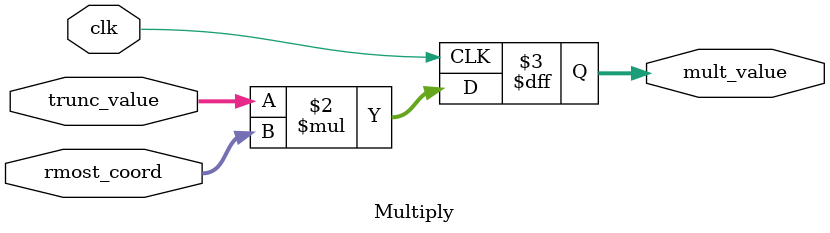
<source format=v>
module Multiply (
  input  wire               clk,
  input  wire signed [17:0] rmost_coord, // Q3.14
  input  wire signed [17:0] trunc_value, // Q3.14
  output reg  signed [35:0] mult_value   // Q7.28
);

  always @(posedge clk) begin
    mult_value <= trunc_value * rmost_coord;
  end

endmodule

</source>
